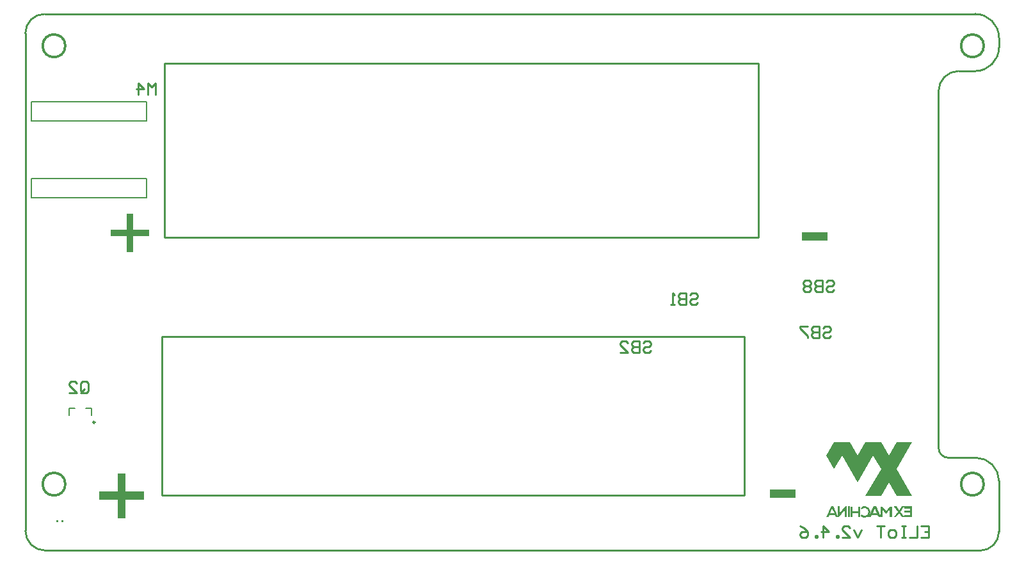
<source format=gbo>
G04*
G04 #@! TF.GenerationSoftware,Altium Limited,Altium Designer,21.2.1 (34)*
G04*
G04 Layer_Color=32896*
%FSLAX44Y44*%
%MOMM*%
G71*
G04*
G04 #@! TF.SameCoordinates,603A0A18-1311-4174-A4CB-90F12E54E7A9*
G04*
G04*
G04 #@! TF.FilePolarity,Positive*
G04*
G01*
G75*
%ADD10C,0.2500*%
%ADD11C,0.2540*%
%ADD12C,0.2000*%
%ADD15C,0.3000*%
G36*
X693693Y1517307D02*
X691000D01*
Y1520000D01*
X693693D01*
Y1517307D01*
D02*
G37*
G36*
X1711089Y1890000D02*
X1677000D01*
Y1901017D01*
X1711089D01*
Y1890000D01*
D02*
G37*
G36*
X1669089Y1550000D02*
X1635000D01*
Y1561017D01*
X1669089D01*
Y1550000D01*
D02*
G37*
G36*
X782737Y1557867D02*
X807105D01*
Y1547627D01*
X782737D01*
Y1523000D01*
X772368D01*
Y1547627D01*
X748000D01*
Y1557867D01*
X772368D01*
Y1582235D01*
X782737D01*
Y1557867D01*
D02*
G37*
G36*
X792775Y1904886D02*
X813661D01*
Y1896109D01*
X792775D01*
Y1875000D01*
X783887D01*
Y1896109D01*
X763000D01*
Y1904886D01*
X783887D01*
Y1925773D01*
X792775D01*
Y1904886D01*
D02*
G37*
G36*
X1802604Y1587848D02*
X1823250Y1552111D01*
X1802604D01*
X1792327Y1569979D01*
X1781958Y1552111D01*
X1761312D01*
X1781958Y1587848D01*
X1771681Y1605809D01*
X1750943Y1569979D01*
X1730297Y1605809D01*
X1720020Y1587848D01*
X1709651Y1605809D01*
X1720020Y1623678D01*
X1740666D01*
X1750943Y1605809D01*
X1761312Y1623678D01*
X1781958D01*
X1792327Y1605809D01*
X1802604Y1623678D01*
X1823250D01*
X1802604Y1587848D01*
D02*
G37*
G36*
X1754368Y1524058D02*
X1751591D01*
Y1529891D01*
X1744554Y1529891D01*
Y1524058D01*
X1741870D01*
Y1538316D01*
X1744554D01*
Y1532298D01*
X1751591Y1532298D01*
Y1538316D01*
X1754368D01*
Y1524058D01*
D02*
G37*
G36*
X1736963Y1524058D02*
X1734278D01*
Y1533779D01*
X1726686Y1524058D01*
X1725575D01*
X1724927Y1525493D01*
Y1538409D01*
X1727704D01*
Y1529521D01*
X1734741Y1538409D01*
X1736963D01*
Y1524058D01*
D02*
G37*
G36*
X1761497Y1538594D02*
X1762701Y1538316D01*
X1763627Y1537946D01*
X1764460Y1537483D01*
X1765108Y1537020D01*
X1765571Y1536649D01*
X1765849Y1536372D01*
X1765941Y1536279D01*
X1766589Y1535353D01*
X1766960Y1534520D01*
X1767330Y1533594D01*
X1767515Y1532854D01*
X1767608Y1532113D01*
X1767700Y1531557D01*
Y1531187D01*
Y1531095D01*
X1767608Y1530076D01*
X1767422Y1529150D01*
X1767145Y1528317D01*
X1766774Y1527576D01*
X1766497Y1526928D01*
X1766219Y1526465D01*
X1766034Y1526188D01*
X1765941Y1526095D01*
X1765200Y1525354D01*
X1764275Y1524799D01*
X1763256Y1524336D01*
X1762330Y1524058D01*
X1761497Y1523873D01*
X1760756Y1523781D01*
X1760016D01*
X1758905Y1523873D01*
X1757979Y1524151D01*
X1757609Y1524243D01*
X1757331Y1524336D01*
X1757238Y1524429D01*
X1757146D01*
X1756220Y1524892D01*
X1755387Y1525354D01*
X1754924Y1525725D01*
X1754738Y1525910D01*
X1756498Y1527762D01*
X1757146Y1527299D01*
X1757701Y1527021D01*
X1758071Y1526836D01*
X1758257Y1526743D01*
X1758905Y1526465D01*
X1759553Y1526373D01*
X1759923Y1526280D01*
X1760108D01*
X1761034Y1526373D01*
X1761867Y1526558D01*
X1762516Y1526743D01*
X1763071Y1527113D01*
X1763534Y1527391D01*
X1763812Y1527576D01*
X1763904Y1527762D01*
X1763997Y1527854D01*
X1764367Y1528410D01*
X1764645Y1528965D01*
X1764923Y1530076D01*
X1765015Y1530446D01*
X1765108Y1530817D01*
Y1531002D01*
Y1531095D01*
X1765015Y1531743D01*
X1764923Y1532391D01*
X1764552Y1533409D01*
X1764367Y1533872D01*
X1764182Y1534150D01*
X1763997Y1534335D01*
Y1534427D01*
X1763441Y1534983D01*
X1762886Y1535353D01*
X1762238Y1535724D01*
X1761590Y1535909D01*
X1761034Y1536001D01*
X1760571Y1536094D01*
X1760108D01*
X1759460Y1536001D01*
X1758905Y1535909D01*
X1758534Y1535816D01*
X1758349Y1535724D01*
X1757701Y1535446D01*
X1757146Y1535076D01*
X1756775Y1534798D01*
X1756683Y1534705D01*
X1754831Y1536464D01*
X1755664Y1537112D01*
X1756498Y1537668D01*
X1757053Y1537946D01*
X1757238Y1538038D01*
X1757331D01*
X1758349Y1538409D01*
X1759182Y1538594D01*
X1759553Y1538686D01*
X1760108D01*
X1761497Y1538594D01*
D02*
G37*
G36*
X1823250Y1524058D02*
X1809548D01*
X1805844Y1529521D01*
X1802141Y1524058D01*
X1799086D01*
Y1524151D01*
X1804178Y1531280D01*
X1799271Y1538223D01*
Y1538409D01*
X1802234D01*
X1805844Y1533039D01*
X1809455Y1538409D01*
X1812325D01*
Y1538223D01*
X1807603Y1531280D01*
X1812510Y1524151D01*
Y1526836D01*
X1820565D01*
Y1529984D01*
X1812881D01*
Y1532483D01*
X1820565D01*
Y1535816D01*
X1812510D01*
Y1538409D01*
X1823250D01*
Y1524058D01*
D02*
G37*
G36*
X1781217Y1525098D02*
Y1538316D01*
X1784272D01*
X1788809Y1532206D01*
X1793346Y1538316D01*
X1796401D01*
Y1524058D01*
X1793716D01*
Y1534427D01*
X1789087Y1528317D01*
X1788624D01*
X1783902Y1534427D01*
Y1524058D01*
X1781680D01*
X1781217Y1525098D01*
Y1524058D01*
X1778810D01*
X1777514Y1526836D01*
X1770015D01*
X1768811Y1524058D01*
X1765756D01*
X1772237Y1538409D01*
X1775292D01*
X1781217Y1525098D01*
D02*
G37*
G36*
X1740851Y1524058D02*
X1738166D01*
Y1538409D01*
X1740851D01*
Y1524058D01*
D02*
G37*
G36*
X1724927Y1525493D02*
Y1524058D01*
X1722612D01*
X1721316Y1526836D01*
X1713817D01*
X1712706Y1524058D01*
X1709651D01*
X1716039Y1538409D01*
X1719094D01*
X1724927Y1525493D01*
D02*
G37*
G36*
X700693Y1517307D02*
X698000D01*
Y1520000D01*
X700693D01*
Y1517307D01*
D02*
G37*
%LPC*%
G36*
X1773811Y1535353D02*
X1771033Y1529335D01*
X1776403D01*
X1773811Y1535353D01*
D02*
G37*
G36*
X1717520Y1535353D02*
X1714928Y1529335D01*
X1720298D01*
X1717520Y1535353D01*
D02*
G37*
%LPD*%
D10*
X742128Y1649750D02*
G03*
X742128Y1649750I-1250J0D01*
G01*
D11*
X831000Y1553000D02*
X856000D01*
X831000D02*
Y1763000D01*
X1601000D01*
Y1553000D02*
Y1763000D01*
X831000Y1553000D02*
X1601000D01*
X1834843Y1512235D02*
X1845000D01*
Y1497000D01*
X1834843D01*
X1845000Y1504617D02*
X1839922D01*
X1829765Y1512235D02*
Y1497000D01*
X1819608D01*
X1814530Y1512235D02*
X1809451D01*
X1811991D01*
Y1497000D01*
X1814530D01*
X1809451D01*
X1799295D02*
X1794216D01*
X1791677Y1499539D01*
Y1504617D01*
X1794216Y1507157D01*
X1799295D01*
X1801834Y1504617D01*
Y1499539D01*
X1799295Y1497000D01*
X1786599Y1512235D02*
X1776442D01*
X1781521D01*
Y1497000D01*
X1756129Y1507157D02*
X1751050Y1497000D01*
X1745972Y1507157D01*
X1730737Y1497000D02*
X1740894D01*
X1730737Y1507157D01*
Y1509696D01*
X1733276Y1512235D01*
X1738354D01*
X1740894Y1509696D01*
X1725659Y1497000D02*
Y1499539D01*
X1723119D01*
Y1497000D01*
X1725659D01*
X1705345D02*
Y1512235D01*
X1712963Y1504617D01*
X1702806D01*
X1697728Y1497000D02*
Y1499539D01*
X1695188D01*
Y1497000D01*
X1697728D01*
X1674875Y1512235D02*
X1679953Y1509696D01*
X1685032Y1504617D01*
Y1499539D01*
X1682493Y1497000D01*
X1677414D01*
X1674875Y1499539D01*
Y1502078D01*
X1677414Y1504617D01*
X1685032D01*
X1709657Y1835468D02*
X1712196Y1838008D01*
X1717274D01*
X1719813Y1835468D01*
Y1832929D01*
X1717274Y1830390D01*
X1712196D01*
X1709657Y1827851D01*
Y1825312D01*
X1712196Y1822773D01*
X1717274D01*
X1719813Y1825312D01*
X1704578Y1838008D02*
Y1822773D01*
X1696961D01*
X1694422Y1825312D01*
Y1827851D01*
X1696961Y1830390D01*
X1704578D01*
X1696961D01*
X1694422Y1832929D01*
Y1835468D01*
X1696961Y1838008D01*
X1704578D01*
X1689343Y1835468D02*
X1686804Y1838008D01*
X1681726D01*
X1679187Y1835468D01*
Y1832929D01*
X1681726Y1830390D01*
X1679187Y1827851D01*
Y1825312D01*
X1681726Y1822773D01*
X1686804D01*
X1689343Y1825312D01*
Y1827851D01*
X1686804Y1830390D01*
X1689343Y1832929D01*
Y1835468D01*
X1686804Y1830390D02*
X1681726D01*
X1705157Y1773826D02*
X1707696Y1776366D01*
X1712774D01*
X1715313Y1773826D01*
Y1771287D01*
X1712774Y1768748D01*
X1707696D01*
X1705157Y1766209D01*
Y1763670D01*
X1707696Y1761131D01*
X1712774D01*
X1715313Y1763670D01*
X1700078Y1776366D02*
Y1761131D01*
X1692461D01*
X1689922Y1763670D01*
Y1766209D01*
X1692461Y1768748D01*
X1700078D01*
X1692461D01*
X1689922Y1771287D01*
Y1773826D01*
X1692461Y1776366D01*
X1700078D01*
X1684843D02*
X1674686D01*
Y1773826D01*
X1684843Y1763670D01*
Y1761131D01*
X1467157Y1755078D02*
X1469696Y1757617D01*
X1474774D01*
X1477313Y1755078D01*
Y1752539D01*
X1474774Y1750000D01*
X1469696D01*
X1467157Y1747461D01*
Y1744922D01*
X1469696Y1742383D01*
X1474774D01*
X1477313Y1744922D01*
X1462078Y1757617D02*
Y1742383D01*
X1454461D01*
X1451922Y1744922D01*
Y1747461D01*
X1454461Y1750000D01*
X1462078D01*
X1454461D01*
X1451922Y1752539D01*
Y1755078D01*
X1454461Y1757617D01*
X1462078D01*
X1436687Y1742383D02*
X1446843D01*
X1436687Y1752539D01*
Y1755078D01*
X1439226Y1757617D01*
X1444304D01*
X1446843Y1755078D01*
X1529337Y1818382D02*
X1531877Y1820921D01*
X1536955D01*
X1539494Y1818382D01*
Y1815843D01*
X1536955Y1813304D01*
X1531877D01*
X1529337Y1810764D01*
Y1808225D01*
X1531877Y1805686D01*
X1536955D01*
X1539494Y1808225D01*
X1524259Y1820921D02*
Y1805686D01*
X1516641D01*
X1514102Y1808225D01*
Y1810764D01*
X1516641Y1813304D01*
X1524259D01*
X1516641D01*
X1514102Y1815843D01*
Y1818382D01*
X1516641Y1820921D01*
X1524259D01*
X1509024Y1805686D02*
X1503945D01*
X1506485D01*
Y1820921D01*
X1509024Y1818382D01*
X722779Y1691083D02*
Y1701240D01*
X725318Y1703779D01*
X730397D01*
X732936Y1701240D01*
Y1691083D01*
X730397Y1688544D01*
X725318D01*
X727858Y1693622D02*
X722779Y1688544D01*
X725318D02*
X722779Y1691083D01*
X707544Y1688544D02*
X717701D01*
X707544Y1698701D01*
Y1701240D01*
X710083Y1703779D01*
X715162D01*
X717701Y1701240D01*
X821803Y2083442D02*
Y2098677D01*
X816724Y2093599D01*
X811646Y2098677D01*
Y2083442D01*
X798950D02*
Y2098677D01*
X806568Y2091060D01*
X796411D01*
X1913011Y1480000D02*
G03*
X1937978Y1504966I0J24966D01*
G01*
X1938040Y2158600D02*
G03*
X1906640Y2190000I-31400J0D01*
G01*
X1937978Y1572309D02*
G03*
X1907515Y1602771I-30463J0D01*
G01*
X1884624Y2114464D02*
G03*
X1858160Y2088000I0J-26464D01*
G01*
X1858166Y1615620D02*
G03*
X1870866Y1602920I12700J0D01*
G01*
X1906640Y2114464D02*
G03*
X1938040Y2145864I0J31400D01*
G01*
X650000Y1506454D02*
G03*
X676454Y1480000I26455J0D01*
G01*
X675392Y2190000D02*
G03*
X650000Y2164608I0J-25392D01*
G01*
X834452Y2124645D02*
X1619451Y2124645D01*
X834452Y1894645D02*
X1619451Y1894645D01*
Y2124645D01*
X834452Y1894645D02*
Y2124645D01*
X676454Y1480000D02*
X1913011D01*
X1938040Y2145864D02*
Y2158600D01*
X675392Y2190000D02*
X1906640D01*
X1903863Y1602920D02*
X1907515D01*
X1884624Y2114464D02*
X1906640D01*
X1858000Y2088000D02*
X1858000Y1615620D01*
X1937978Y1504966D02*
Y1572309D01*
X1870866Y1602920D02*
X1903863D01*
X650000Y1506454D02*
X650000Y2164608D01*
D12*
X658331Y1972700D02*
X810731D01*
X658331Y1947300D02*
X810731D01*
X658331D02*
Y1972700D01*
X810731Y1947300D02*
Y1972700D01*
Y2048900D02*
Y2074300D01*
X658331Y2048900D02*
Y2074300D01*
Y2048900D02*
X810731D01*
X658331Y2074300D02*
X810731D01*
X707878Y1668000D02*
X715878D01*
X707878Y1659000D02*
Y1668000D01*
X729878D02*
X737878D01*
Y1659000D02*
Y1668000D01*
D15*
X1917878Y2147934D02*
G03*
X1917878Y2147934I-15000J0D01*
G01*
Y1567934D02*
G03*
X1917878Y1567934I-15000J0D01*
G01*
X702878D02*
G03*
X702878Y1567934I-15000J0D01*
G01*
Y2147934D02*
G03*
X702878Y2147934I-15000J0D01*
G01*
M02*

</source>
